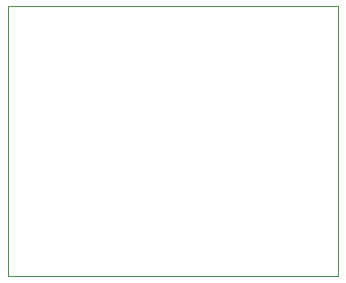
<source format=gtp>
G75*
G70*
%OFA0B0*%
%FSLAX24Y24*%
%IPPOS*%
%LPD*%
%AMOC8*
5,1,8,0,0,1.08239X$1,22.5*
%
%ADD10C,0.0000*%
D10*
X000151Y000151D02*
X000151Y009151D01*
X011151Y009151D01*
X011151Y000151D01*
X000151Y000151D01*
M02*

</source>
